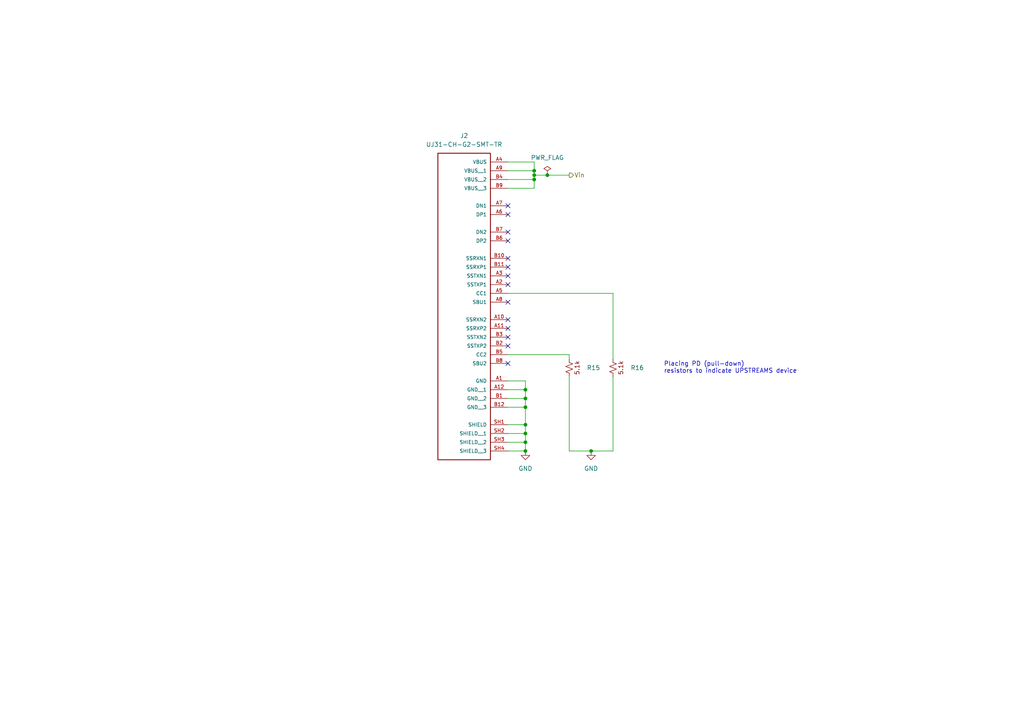
<source format=kicad_sch>
(kicad_sch (version 20250114) (generator "eeschema") (generator_version "9.0")
  (paper "A4")
  (lib_symbols
    (symbol "Hourglass_symbol_library:RC0805FR-075K1L" (pin_numbers (hide yes))
      (property "Reference" "R" (at 0 2.794 0))
      (property "Value" "RC0805FR-075K1L" (at -2.54 0 0))
      (symbol "RC0805FR-075K1L_1_1"
        (polyline (pts (xy -1.524 0) (xy -1.143 1.016) (xy -0.762 0) (xy -0.381 -1.016) (xy 0 0)))
        (polyline (pts (xy 0 0) (xy 0.381 1.016) (xy 0.762 0) (xy 1.143 -1.016) (xy 1.524 0)))
        (text "5.1k\n" (at 0 -2.286 0) (effects (font (size 1.27 1.27))))
        (pin passive line (at -2.54 0 0) (length 1.016) (name "~") (number "1"))
        (pin passive line (at 2.54 0 180) (length 1.016) (name "~") (number "2"))
      )
    )
    (symbol "Hourglass_symbol_library:UJ31-CH-G2-SMT-TR" (pin_names (offset 1.016))
      (property "Reference" "J" (at -7.6257 33.0447 0))
      (property "Value" "UJ31-CH-G2-SMT-TR" (at -7.622 -58.4295 0))
      (symbol "UJ31-CH-G2-SMT-TR_0_0"
        (pin power_in line (at 12.7 30.48 180) (length 5.08) (name "VBUS") (number "A4"))
        (pin power_in line (at 12.7 27.94 180) (length 5.08) (name "VBUS__1") (number "A9"))
        (pin power_in line (at 12.7 25.4 180) (length 5.08) (name "VBUS__2") (number "B4"))
        (pin power_in line (at 12.7 22.86 180) (length 5.08) (name "VBUS__3") (number "B9"))
        (pin bidirectional line (at 12.7 17.78 180) (length 5.08) (name "DN1") (number "A7"))
        (pin bidirectional line (at 12.7 15.24 180) (length 5.08) (name "DP1") (number "A6"))
        (pin bidirectional line (at 12.7 10.16 180) (length 5.08) (name "DN2") (number "B7"))
        (pin bidirectional line (at 12.7 7.62 180) (length 5.08) (name "DP2") (number "B6"))
        (pin bidirectional line (at 12.7 2.54 180) (length 5.08) (name "SSRXN1") (number "B10"))
        (pin bidirectional line (at 12.7 0 180) (length 5.08) (name "SSRXP1") (number "B11"))
        (pin bidirectional line (at 12.7 -2.54 180) (length 5.08) (name "SSTXN1") (number "A3"))
        (pin bidirectional line (at 12.7 -5.08 180) (length 5.08) (name "SSTXP1") (number "A2"))
        (pin bidirectional line (at 12.7 -7.62 180) (length 5.08) (name "CC1") (number "A5"))
        (pin bidirectional line (at 12.7 -10.16 180) (length 5.08) (name "SBU1") (number "A8"))
        (pin bidirectional line (at 12.7 -15.24 180) (length 5.08) (name "SSRXN2") (number "A10"))
        (pin bidirectional line (at 12.7 -17.78 180) (length 5.08) (name "SSRXP2") (number "A11"))
        (pin bidirectional line (at 12.7 -20.32 180) (length 5.08) (name "SSTXN2") (number "B3"))
        (pin bidirectional line (at 12.7 -22.86 180) (length 5.08) (name "SSTXP2") (number "B2"))
        (pin bidirectional line (at 12.7 -25.4 180) (length 5.08) (name "CC2") (number "B5"))
        (pin bidirectional line (at 12.7 -27.94 180) (length 5.08) (name "SBU2") (number "B8"))
        (pin power_in line (at 12.7 -33.02 180) (length 5.08) (name "GND") (number "A1"))
        (pin power_in line (at 12.7 -35.56 180) (length 5.08) (name "GND__1") (number "A12"))
        (pin power_in line (at 12.7 -38.1 180) (length 5.08) (name "GND__2") (number "B1"))
        (pin power_in line (at 12.7 -40.64 180) (length 5.08) (name "GND__3") (number "B12"))
        (pin power_in line (at 12.7 -45.72 180) (length 5.08) (name "SHIELD") (number "SH1"))
        (pin power_in line (at 12.7 -48.26 180) (length 5.08) (name "SHIELD__1") (number "SH2"))
        (pin power_in line (at 12.7 -50.8 180) (length 5.08) (name "SHIELD__2") (number "SH3"))
        (pin power_in line (at 12.7 -53.34 180) (length 5.08) (name "SHIELD__3") (number "SH4"))
      )
      (symbol "UJ31-CH-G2-SMT-TR_1_0"
        (rectangle (start -7.62 33.02) (end 7.62 -55.88) (stroke (width 0.254)))
      )
    )
    (symbol "power:GND" (power) (pin_numbers (hide yes)) (pin_names (offset 0) (hide yes))
      (property "Value" "GND" (at 0 -3.81 0))
      (symbol "GND_0_1"
        (polyline (pts (xy 0 0) (xy 0 -1.27) (xy 1.27 -1.27) (xy 0 -2.54) (xy -1.27 -1.27) (xy 0 -1.27)))
      )
      (symbol "GND_1_1"
        (pin power_in line (at 0 0 270) (length 0) (name "~") (number "1"))
      )
    )
    (symbol "power:PWR_FLAG" (power) (pin_numbers (hide yes)) (pin_names (offset 0) (hide yes))
      (property "Value" "PWR_FLAG" (at 0 3.81 0))
      (symbol "PWR_FLAG_0_0"
        (pin power_out line (at 0 0 90) (length 0) (name "~") (number "1"))
      )
      (symbol "PWR_FLAG_0_1"
        (polyline (pts (xy 0 0) (xy 0 1.27) (xy -1.016 1.905) (xy 0 2.54) (xy 1.016 1.905) (xy 0 1.27)))
      )
    )
  )
  (text "Placing PD (pull-down)\nresistors to indicate UPSTREAMS device" (exclude_from_sim yes) (at 192.532 106.68 0) (effects (font (size 1.27 1.27)) (justify left)))
  (junction (at 152.4 118.11))
  (junction (at 152.4 113.03))
  (junction (at 152.4 123.19))
  (junction (at 154.94 49.53))
  (junction (at 154.94 52.07))
  (junction (at 171.45 130.81))
  (junction (at 154.94 50.8))
  (junction (at 152.4 115.57))
  (junction (at 152.4 125.73))
  (junction (at 158.75 50.8))
  (junction (at 152.4 130.81))
  (junction (at 152.4 128.27))
  (no_connect (at 147.32 62.23))
  (no_connect (at 147.32 67.31))
  (no_connect (at 147.32 77.47))
  (no_connect (at 147.32 97.79))
  (no_connect (at 147.32 95.25))
  (no_connect (at 147.32 92.71))
  (no_connect (at 147.32 69.85))
  (no_connect (at 147.32 59.69))
  (no_connect (at 147.32 105.41))
  (no_connect (at 147.32 100.33))
  (no_connect (at 147.32 80.01))
  (no_connect (at 147.32 74.93))
  (no_connect (at 147.32 87.63))
  (no_connect (at 147.32 82.55))
  (wire (pts (xy 147.32 125.73) (xy 152.4 125.73)))
  (wire (pts (xy 147.32 128.27) (xy 152.4 128.27)))
  (wire (pts (xy 147.32 102.87) (xy 165.1 102.87)))
  (wire (pts (xy 152.4 118.11) (xy 152.4 123.19)))
  (wire (pts (xy 177.8 85.09) (xy 147.32 85.09)))
  (wire (pts (xy 165.1 102.87) (xy 165.1 104.14)))
  (wire (pts (xy 154.94 49.53) (xy 154.94 46.99)))
  (wire (pts (xy 147.32 130.81) (xy 152.4 130.81)))
  (wire (pts (xy 165.1 130.81) (xy 171.45 130.81)))
  (wire (pts (xy 152.4 125.73) (xy 152.4 128.27)))
  (wire (pts (xy 147.32 118.11) (xy 152.4 118.11)))
  (wire (pts (xy 152.4 128.27) (xy 152.4 130.81)))
  (wire (pts (xy 177.8 104.14) (xy 177.8 85.09)))
  (wire (pts (xy 154.94 50.8) (xy 158.75 50.8)))
  (wire (pts (xy 154.94 50.8) (xy 154.94 49.53)))
  (wire (pts (xy 147.32 110.49) (xy 152.4 110.49)))
  (wire (pts (xy 147.32 52.07) (xy 154.94 52.07)))
  (wire (pts (xy 152.4 123.19) (xy 152.4 125.73)))
  (wire (pts (xy 152.4 115.57) (xy 152.4 118.11)))
  (wire (pts (xy 147.32 46.99) (xy 154.94 46.99)))
  (wire (pts (xy 154.94 54.61) (xy 154.94 52.07)))
  (wire (pts (xy 147.32 123.19) (xy 152.4 123.19)))
  (wire (pts (xy 147.32 54.61) (xy 154.94 54.61)))
  (wire (pts (xy 154.94 52.07) (xy 154.94 50.8)))
  (wire (pts (xy 177.8 109.22) (xy 177.8 130.81)))
  (wire (pts (xy 171.45 130.81) (xy 177.8 130.81)))
  (wire (pts (xy 152.4 110.49) (xy 152.4 113.03)))
  (wire (pts (xy 147.32 113.03) (xy 152.4 113.03)))
  (wire (pts (xy 152.4 113.03) (xy 152.4 115.57)))
  (wire (pts (xy 158.75 50.8) (xy 165.1 50.8)))
  (wire (pts (xy 147.32 115.57) (xy 152.4 115.57)))
  (wire (pts (xy 165.1 109.22) (xy 165.1 130.81)))
  (wire (pts (xy 147.32 49.53) (xy 154.94 49.53)))
  (hierarchical_label "Vin" (shape output) (at 165.1 50.8 0))
  (symbol (lib_id "power:GND") (at 171.45 130.81 0) (unit 1)
    (property "Reference" "#PWR48" (effects (hide yes)))
    (property "Value" "GND" (at 171.45 135.89 0))
    (property "Description" "Power symbol creates a global label with name \"GND\" , ground" (effects (hide yes)))
  )
  (symbol (lib_id "power:GND") (at 152.4 130.81 0) (unit 1)
    (property "Reference" "#PWR47" (effects (hide yes)))
    (property "Value" "GND" (at 152.4 135.89 0))
    (property "Description" "Power symbol creates a global label with name \"GND\" , ground" (effects (hide yes)))
  )
  (symbol (lib_id "Hourglass_symbol_library:RC0805FR-075K1L") (at 165.1 106.68 90) (unit 1)
    (property "Reference" "R15" (at 170.18 106.6798 90) (effects (justify right)))
    (property "Value" "RC0805FR-075K1L" (effects (hide yes)))
    (property "Footprint" "Hourglass_footprint_library:RC0805FR-075K1L" (effects (hide yes)))
    (property "Datasheet" "https://www.yageo.com/upload/media/product/products/datasheet/rchip/PYu-RC_Group_51_RoHS_L_12.pdf" (effects (hide yes)))
    (property "Description" "RES 5.1K OHM 1% 1/8W 0805" (effects (hide yes)))
  )
  (symbol (lib_id "Hourglass_symbol_library:RC0805FR-075K1L") (at 177.8 106.68 90) (unit 1)
    (property "Reference" "R16" (at 182.88 106.6798 90) (effects (justify right)))
    (property "Value" "RC0805FR-075K1L" (effects (hide yes)))
    (property "Footprint" "Hourglass_footprint_library:RC0805FR-075K1L" (effects (hide yes)))
    (property "Datasheet" "https://www.yageo.com/upload/media/product/products/datasheet/rchip/PYu-RC_Group_51_RoHS_L_12.pdf" (effects (hide yes)))
    (property "Description" "RES 5.1K OHM 1% 1/8W 0805" (effects (hide yes)))
  )
  (symbol (lib_id "Hourglass_symbol_library:UJ31-CH-G2-SMT-TR") (at 134.62 77.47 0) (unit 1)
    (property "Reference" "J2" (at 134.62 39.37 0))
    (property "Value" "UJ31-CH-G2-SMT-TR" (at 134.62 41.91 0))
    (property "Footprint" "Hourglass_footprint_library:CUI_UJ31-CH-G2-SMT-TR" (effects (hide yes)))
    (property "Datasheet" "https://www.sameskydevices.com/product/resource/uj31-ch-g2-smt-tr.pdf" (effects (hide yes)))
    (property "Description" "USB-C (USB TYPE-C) USB 3.2 Gen 2 (USB 3.1 Gen 2, Superspeed + (USB 3.1)) Receptacle Connector 24 Position Board Cutout, Surface Mount, Right Angle; Through Hole" (effects (hide yes)))
    (property "MANUFACTURER" "CUI INC" (effects (hide yes)))
    (property "PART_REV" "1.01" (effects (hide yes)))
    (property "STANDARD" "MANUFACTURER RECOMMENDATIONS" (effects (hide yes)))
  )
  (symbol (lib_id "power:PWR_FLAG") (at 158.75 50.8 0) (unit 1)
    (property "Reference" "#FLG1" (effects (hide yes)))
    (property "Value" "PWR_FLAG" (at 158.75 45.72 0))
    (property "Description" "Special symbol for telling ERC where power comes from" (effects (hide yes)))
  )
)
</source>
